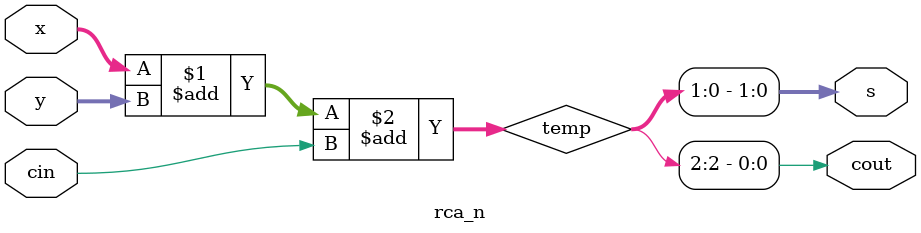
<source format=v>
module rca_n(x,y,cin,s,cout);
	parameter WIDTH = 2 ;
	input [WIDTH-1:0] x,y;
	input cin;
	output cout;
	output [WIDTH-1:0] s;
	wire [WIDTH:0] temp;

	assign temp = x + y + cin;
	assign s = temp[WIDTH-1:0];
	assign cout = temp[WIDTH];

endmodule
</source>
